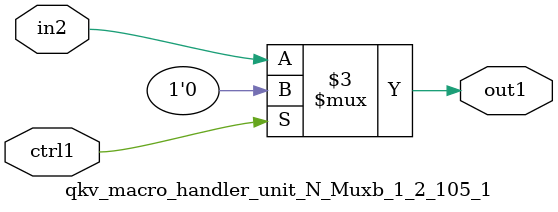
<source format=v>

`timescale 1ps / 1ps


module qkv_macro_handler_unit_N_Muxb_1_2_105_1( in2, ctrl1, out1 );

    input in2;
    input ctrl1;
    output out1;
    reg out1;

    
    // rtl_process:qkv_macro_handler_unit_N_Muxb_1_2_105_1/qkv_macro_handler_unit_N_Muxb_1_2_105_1_thread_1
    always @*
      begin : qkv_macro_handler_unit_N_Muxb_1_2_105_1_thread_1
        case (ctrl1) 
          1'b1: 
            begin
              out1 = 1'b0;
            end
          default: 
            begin
              out1 = in2;
            end
        endcase
      end

endmodule


</source>
